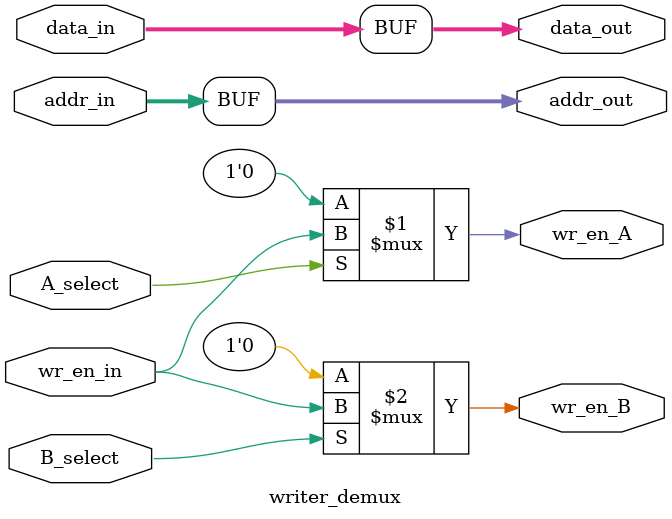
<source format=sv>
module writer_demux
#(
    parameter DATA_WIDTH = 64,
    parameter ADDR_WIDTH = 8
) (
    input wr_en_in,
    input A_select,
    input B_select,
    input [DATA_WIDTH-1:0] data_in, // connected to both A and B
    input [ADDR_WIDTH-1:0] addr_in, // connected to both A and B
    output wr_en_A,
    output wr_en_B,
    output [ADDR_WIDTH-1:0] addr_out, // connected to both A and B
    output [DATA_WIDTH-1:0] data_out // connected to both A and B
);
    assign addr_out = addr_in;
    assign data_out = data_in;
    assign wr_en_A = (A_select) ? wr_en_in : 1'b0;
    assign wr_en_B = (B_select) ? wr_en_in : 1'b0;
endmodule
</source>
